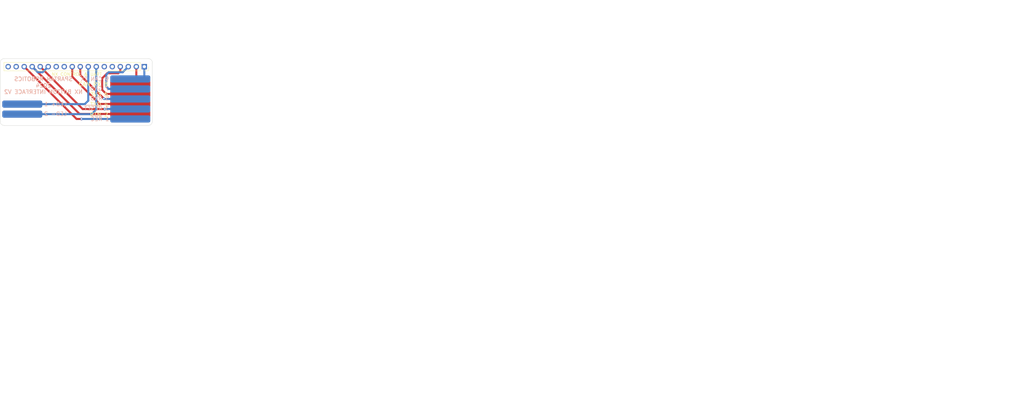
<source format=kicad_pcb>
(kicad_pcb (version 20240108) (generator "pcbnew") (generator_version "8.0")
  (title_block (title "NX BUTTON INTERFACE V2") (date "2024-08-16") (rev "1") (company "971 SPARTAN ROBOTICS"))
  (layers (0 "F.Cu" signal) (31 "B.Cu" signal) (34 "B.Paste" user) (35 "F.Paste" user) (36 "B.SilkS" user "B.Silkscreen") (37 "F.SilkS" user "F.Silkscreen") (38 "B.Mask" user) (39 "F.Mask" user) (44 "Edge.Cuts" user))
  (net 0 "")
  (net 1 "/CAN_TX")
  (net 2 "/CAN_RX")
  (net 3 "/GND")
  (net 4 "/3V3")
  (net 7 "/NX_PC_LED-")
  (net 8 "/NX_PC_LED+")
  (net 9 "/UART2_RXD")
  (net 10 "/UART2_TXD")
  (net 13 "/SYS_RST_RCV_RTN")
  (net 14 "/~{SYS_RESET}")
  (net 15 "/~{REC}")
  (footprint "Connector_PinSocket_2.54mm:PinSocket_1x18_P2.54mm_Vertical" (layer "F.Cu") (at 129.921 92.964 -90)
    (property "Reference" "J1" (hide yes))
    (property "Value" "NX CONTROL & UART" (at 2.413 21.421 180) (layer "F.SilkS"))
    (fp_line (start -1.33 44.51) (end 1.33 44.51) (stroke (width 0.12)) (layer "F.SilkS"))
    (fp_line (start -1.33 1.27) (end -1.33 44.51) (stroke (width 0.12)) (layer "F.SilkS"))
    (fp_line (start -1.33 1.27) (end 1.33 1.27) (stroke (width 0.12)) (layer "F.SilkS"))
    (fp_line (start 1.33 1.27) (end 1.33 44.51) (stroke (width 0.12)) (layer "F.SilkS"))
    (fp_line (start 0 -1.33) (end 1.33 -1.33) (stroke (width 0.12)) (layer "F.SilkS"))
    (fp_line (start 1.33 -1.33) (end 1.33 0) (stroke (width 0.12)) (layer "F.SilkS"))
    (pad "1" thru_hole rect (at 0 0 270) (size 1.7 1.7) (drill 1) (layers "*.Cu" "*.Mask") (net 1 "/CAN_TX"))
    (pad "2" thru_hole oval (at 0 2.54 270) (size 1.7 1.7) (drill 1) (layers "*.Cu" "*.Mask") (net 2 "/CAN_RX"))
    (pad "3" thru_hole oval (at 0 5.08 270) (size 1.7 1.7) (drill 1) (layers "*.Cu" "*.Mask") (net 3 "/GND"))
    (pad "4" thru_hole oval (at 0 7.62 270) (size 1.7 1.7) (drill 1) (layers "*.Cu" "*.Mask") (net 4 "/3V3"))
    (pad "5" thru_hole oval (at 0 10.16 270) (size 1.7 1.7) (drill 1) (layers "*.Cu" "*.Mask"))
    (pad "6" thru_hole oval (at 0 12.7 270) (size 1.7 1.7) (drill 1) (layers "*.Cu" "*.Mask"))
    (pad "7" thru_hole oval (at 0 15.24 270) (size 1.7 1.7) (drill 1) (layers "*.Cu" "*.Mask") (net 7 "/NX_PC_LED-"))
    (pad "8" thru_hole oval (at 0 17.78 270) (size 1.7 1.7) (drill 1) (layers "*.Cu" "*.Mask") (net 8 "/NX_PC_LED+"))
    (pad "9" thru_hole oval (at 0 20.32 270) (size 1.7 1.7) (drill 1) (layers "*.Cu" "*.Mask") (net 9 "/UART2_RXD"))
    (pad "10" thru_hole oval (at 0 22.86 270) (size 1.7 1.7) (drill 1) (layers "*.Cu" "*.Mask") (net 10 "/UART2_TXD"))
    (pad "11" thru_hole oval (at 0 25.4 270) (size 1.7 1.7) (drill 1) (layers "*.Cu" "*.Mask"))
    (pad "12" thru_hole oval (at 0 27.94 270) (size 1.7 1.7) (drill 1) (layers "*.Cu" "*.Mask"))
    (pad "13" thru_hole oval (at 0 30.48 270) (size 1.7 1.7) (drill 1) (layers "*.Cu" "*.Mask") (net 13 "/SYS_RST_RCV_RTN"))
    (pad "14" thru_hole oval (at 0 33.02 270) (size 1.7 1.7) (drill 1) (layers "*.Cu" "*.Mask") (net 14 "/~{SYS_RESET}"))
    (pad "15" thru_hole oval (at 0 35.56 270) (size 1.7 1.7) (drill 1) (layers "*.Cu" "*.Mask") (net 13 "/SYS_RST_RCV_RTN"))
    (pad "16" thru_hole oval (at 0 38.1 270) (size 1.7 1.7) (drill 1) (layers "*.Cu" "*.Mask") (net 15 "/~{REC}"))
    (pad "17" thru_hole oval (at 0 40.64 270) (size 1.7 1.7) (drill 1) (layers "*.Cu" "*.Mask"))
    (pad "18" thru_hole oval (at 0 43.18 270) (size 1.7 1.7) (drill 1) (layers "*.Cu" "*.Mask"))
  )
  (footprint "NX-ButtonInterface:2-pin-solder-pads" (layer "B.Cu") (at 91.2112 104.8639 180)
    (property "Reference" "J4" (hide yes))
    (property "Value" "POWER LED")
    (pad "1" smd roundrect (at 0 0 180) (size 12.7 2.286) (layers "B.Cu" "B.Paste" "B.Mask") (net 8 "/NX_PC_LED+"))
    (pad "2" smd roundrect (at 0 -3.175 180) (size 12.7 2.286) (layers "B.Cu" "B.Paste" "B.Mask") (net 7 "/NX_PC_LED-"))
  )
  (footprint "NX-ButtonInterface:9-pin-solder-pads" (layer "B.Cu") (at 125.4633 109.5756)
    (property "Reference" "J2" (hide yes))
    (property "Value" "NX-BUTTON")
    (pad "1" smd roundrect (at 0 0) (size 12.7 2.286) (layers "B.Cu" "B.Paste" "B.Mask") (net 15 "/~{REC}"))
    (pad "2" smd roundrect (at 0 -1.5875) (size 12.7 2.286) (layers "F.Cu" "F.Paste" "F.Mask") (net 13 "/SYS_RST_RCV_RTN"))
    (pad "3" smd roundrect (at 0 -3.175) (size 12.7 2.286) (layers "B.Cu" "B.Paste" "B.Mask") (net 14 "/~{SYS_RESET}"))
    (pad "4" smd roundrect (at 0 -4.7625) (size 12.7 2.286) (layers "F.Cu" "F.Paste" "F.Mask") (net 10 "/UART2_TXD"))
    (pad "5" smd roundrect (at 0 -6.35) (size 12.7 2.286) (layers "B.Cu" "B.Paste" "B.Mask") (net 9 "/UART2_RXD"))
    (pad "6" smd roundrect (at 0 -7.9375) (size 12.7 2.286) (layers "F.Cu" "F.Paste" "F.Mask") (net 4 "/3V3"))
    (pad "7" smd roundrect (at 0 -9.525) (size 12.7 2.286) (layers "B.Cu" "B.Paste" "B.Mask") (net 3 "/GND"))
    (pad "8" smd roundrect (at 0 -11.1125) (size 12.7 2.286) (layers "F.Cu" "F.Paste" "F.Mask") (net 2 "/CAN_RX"))
    (pad "9" smd roundrect (at 0 -12.7) (size 12.7 2.286) (layers "B.Cu" "B.Paste" "B.Mask") (net 1 "/CAN_TX"))
  )
  (gr_line (start 132.461 91.694) (end 132.461 110.363) (stroke (width 0.1)) (layer "Edge.Cuts"))
  (gr_arc (start 85.471 111.633) (mid 84.572974 111.261026) (end 84.201 110.363) (stroke (width 0.1)) (layer "Edge.Cuts"))
  (gr_line (start 85.471 90.424) (end 131.191 90.424) (stroke (width 0.1)) (layer "Edge.Cuts"))
  (gr_arc (start 131.191 90.424) (mid 132.089026 90.795974) (end 132.461 91.694) (stroke (width 0.1)) (layer "Edge.Cuts"))
  (gr_arc (start 132.461 110.363) (mid 132.089026 111.261026) (end 131.191 111.633) (stroke (width 0.1)) (layer "Edge.Cuts"))
  (gr_arc (start 84.201 91.694) (mid 84.572974 90.795974) (end 85.471 90.424) (stroke (width 0.1)) (layer "Edge.Cuts"))
  (gr_line (start 84.201 110.363) (end 84.201 91.694) (stroke (width 0.1)) (layer "Edge.Cuts"))
  (gr_line (start 131.191 111.633) (end 85.471 111.633) (stroke (width 0.1)) (layer "Edge.Cuts"))
  (gr_text "7 GND" (at 118.872 99.963287 0) (layer "B.SilkS") (effects (font (size 1.27 1.27) (thickness 0.1778)) (justify left mirror)))
  (gr_text "LED+ 1" (at 98.044 104.902 0) (layer "B.SilkS") (effects (font (size 1.27 1.27) (thickness 0.1778)) (justify right mirror)))
  (gr_text "5 RXD" (at 118.872 103.025574 0) (layer "B.SilkS") (effects (font (size 1.27 1.27) (thickness 0.1778)) (justify left mirror)))
  (gr_text "LED- 2" (at 98.044 107.95 0) (layer "B.SilkS") (effects (font (size 1.27 1.27) (thickness 0.1778)) (justify right mirror)))
  (gr_text "SPARTAN ROBOTICS\n2024\nNX BUTTON INTERFACE V2" (at 97.917 98.933 0) (layer "B.SilkS") (effects (font (size 1.27 1.27) (thickness 0.2286)) (justify mirror)))
  (gr_text "3 ~{RESET}" (at 118.872 106.238144 0) (layer "B.SilkS") (effects (font (size 1.27 1.27) (thickness 0.1778)) (justify left mirror)))
  (gr_text "9 CAN TX" (at 118.872 96.901 0) (layer "B.SilkS") (effects (font (size 1.27 1.27) (thickness 0.1778)) (justify left mirror)))
  (gr_text "1 ~{REC}" (at 118.872 109.601 0) (layer "B.SilkS") (effects (font (size 1.27 1.27) (thickness 0.1778)) (justify left mirror)))
  (gr_text "TXD 4" (at 112.642952 104.986666 0) (layer "F.SilkS") (effects (font (size 1.27 1.27) (thickness 0.1778)) (justify left)))
  (gr_text "CAN RX 8" (at 108.953905 98.552 0) (layer "F.SilkS") (effects (font (size 1.27 1.27) (thickness 0.1778)) (justify left)))
  (gr_text "RTN 2" (at 112.522 108.204 0) (layer "F.SilkS") (effects (font (size 1.27 1.27) (thickness 0.1778)) (justify left)))
  (gr_text "3V3 6" (at 112.582476 101.769333 0) (layer "F.SilkS") (effects (font (size 1.27 1.27) (thickness 0.1778)) (justify left)))
  (segment (start 129.921 92.964) (end 129.921 96.8756) (width 0.635) (layer "B.Cu") (net 1))
  (segment (start 128.4732 96.8756) (end 125.4633 96.8756) (width 0.508) (layer "B.Cu") (net 1))
  (segment (start 129.921 96.8756) (end 125.4633 96.8756) (width 0.635) (layer "B.Cu") (net 1))
  (segment (start 127.3175 98.4631) (end 127.381 98.3996) (width 0.508) (layer "F.Cu") (net 2))
  (segment (start 125.4633 98.4631) (end 127.3175 98.4631) (width 0.508) (layer "F.Cu") (net 2))
  (segment (start 127.381 98.3996) (end 127.381 92.964) (width 0.635) (layer "F.Cu") (net 2))
  (segment (start 117.856 99.314) (end 117.856 95.504) (width 0.635) (layer "B.Cu") (net 3))
  (segment (start 117.856 95.504) (end 118.618 94.742) (width 0.635) (layer "B.Cu") (net 3))
  (segment (start 125.4633 100.0506) (end 118.5926 100.0506) (width 0.635) (layer "B.Cu") (net 3))
  (segment (start 123.063 94.742) (end 124.841 92.964) (width 0.635) (layer "B.Cu") (net 3))
  (segment (start 118.5926 100.0506) (end 117.856 99.314) (width 0.635) (layer "B.Cu") (net 3))
  (segment (start 118.618 94.742) (end 123.063 94.742) (width 0.635) (layer "B.Cu") (net 3))
  (segment (start 122.301 94.4118) (end 121.6406 95.0722) (width 0.635) (layer "F.Cu") (net 4))
  (segment (start 116.5606 96.647) (end 116.5606 100.3554) (width 0.635) (layer "F.Cu") (net 4))
  (segment (start 122.301 92.964) (end 122.301 94.4118) (width 0.635) (layer "F.Cu") (net 4))
  (segment (start 117.8433 101.6381) (end 125.4633 101.6381) (width 0.635) (layer "F.Cu") (net 4))
  (segment (start 116.5606 100.3554) (end 117.8433 101.6381) (width 0.635) (layer "F.Cu") (net 4))
  (segment (start 121.6406 95.0722) (end 118.1354 95.0722) (width 0.635) (layer "F.Cu") (net 4))
  (segment (start 118.1354 95.0722) (end 116.5606 96.647) (width 0.635) (layer "F.Cu") (net 4))
  (segment (start 113.1951 108.0389) (end 91.2112 108.0389) (width 0.635) (layer "B.Cu") (net 7))
  (segment (start 114.681 92.964) (end 114.681 106.553) (width 0.635) (layer "B.Cu") (net 7))
  (segment (start 114.681 106.553) (end 113.1951 108.0389) (width 0.635) (layer "B.Cu") (net 7))
  (segment (start 111.0361 104.8639) (end 91.2112 104.8639) (width 0.635) (layer "B.Cu") (net 8))
  (segment (start 112.141 92.964) (end 112.141 103.759) (width 0.635) (layer "B.Cu") (net 8))
  (segment (start 112.141 103.759) (end 111.0361 104.8639) (width 0.635) (layer "B.Cu") (net 8))
  (segment (start 109.601 92.964) (end 109.601 95.631) (width 0.635) (layer "F.Cu") (net 9))
  (segment (start 109.601 95.631) (end 117.094 103.124) (width 0.635) (layer "F.Cu") (net 9))
  (via (at 117.094 103.124) (size 0.8) (drill 0.4) (layers "F.Cu" "B.Cu") (net 9))
  (segment (start 117.1956 103.2256) (end 125.4633 103.2256) (width 0.635) (layer "B.Cu") (net 9))
  (segment (start 117.094 103.124) (end 117.1956 103.2256) (width 0.635) (layer "B.Cu") (net 9))
  (segment (start 107.061 96.139) (end 115.7351 104.8131) (width 0.635) (layer "F.Cu") (net 10))
  (segment (start 115.7351 104.8131) (end 125.4633 104.8131) (width 0.635) (layer "F.Cu") (net 10))
  (segment (start 107.061 92.964) (end 107.061 96.139) (width 0.635) (layer "F.Cu") (net 10))
  (segment (start 125.4633 107.9881) (end 109.3851 107.9881) (width 0.635) (layer "F.Cu") (net 13))
  (segment (start 109.3851 107.9881) (end 94.361 92.964) (width 0.635) (layer "F.Cu") (net 13))
  (segment (start 96.139 94.742) (end 97.663 94.742) (width 0.635) (layer "B.Cu") (net 13))
  (segment (start 94.361 92.964) (end 96.139 94.742) (width 0.635) (layer "B.Cu") (net 13))
  (segment (start 97.663 94.742) (end 99.441 92.964) (width 0.635) (layer "B.Cu") (net 13))
  (segment (start 110.363 106.426) (end 96.901 92.964) (width 0.635) (layer "F.Cu") (net 14))
  (segment (start 117.348 106.426) (end 110.363 106.426) (width 0.635) (layer "F.Cu") (net 14))
  (via (at 117.348 106.426) (size 0.8) (drill 0.4) (layers "F.Cu" "B.Cu") (net 14))
  (segment (start 117.3734 106.4006) (end 117.348 106.426) (width 0.635) (layer "B.Cu") (net 14))
  (segment (start 125.4633 106.4006) (end 117.3734 106.4006) (width 0.635) (layer "B.Cu") (net 14))
  (segment (start 91.821 92.964) (end 108.4326 109.5756) (width 0.635) (layer "F.Cu") (net 15))
  (segment (start 108.4326 109.5756) (end 109.982 109.5756) (width 0.635) (layer "F.Cu") (net 15))
  (via (at 109.982 109.5756) (size 0.8) (drill 0.4) (layers "F.Cu" "B.Cu") (net 15))
  (segment (start 125.4633 109.5756) (end 109.982 109.5756) (width 0.635) (layer "B.Cu") (net 15))
)
</source>
